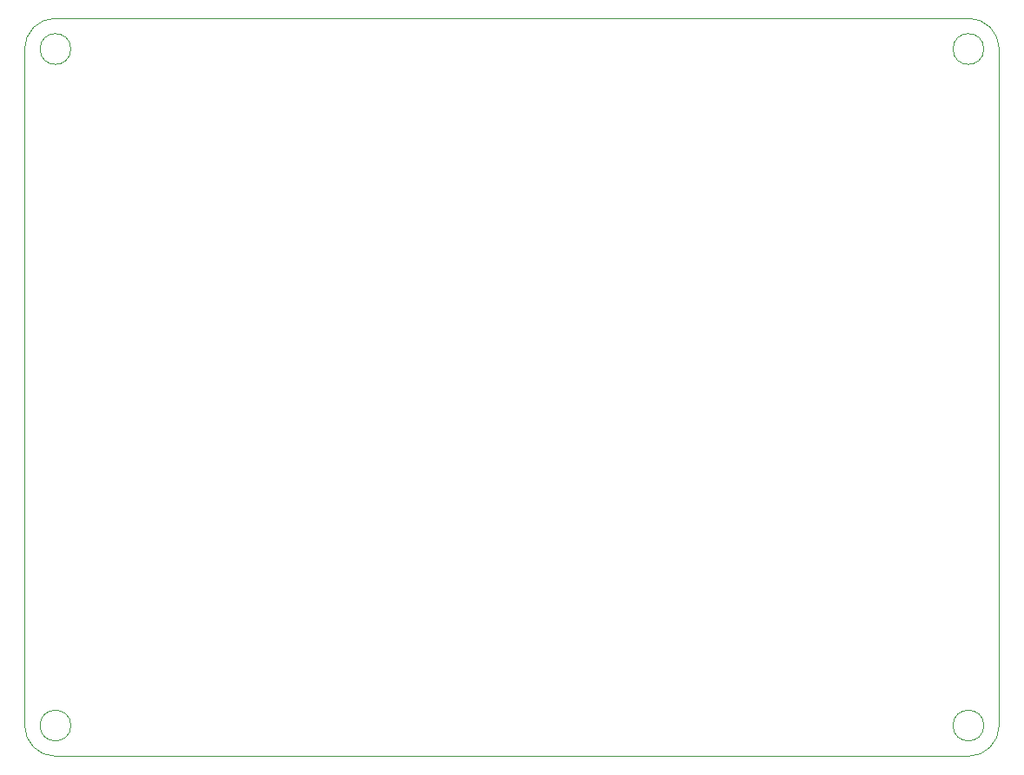
<source format=gbr>
%TF.GenerationSoftware,KiCad,Pcbnew,8.0.3*%
%TF.CreationDate,2024-08-24T23:10:26+09:00*%
%TF.ProjectId,Rustorch,52757374-6f72-4636-982e-6b696361645f,rev?*%
%TF.SameCoordinates,Original*%
%TF.FileFunction,Profile,NP*%
%FSLAX46Y46*%
G04 Gerber Fmt 4.6, Leading zero omitted, Abs format (unit mm)*
G04 Created by KiCad (PCBNEW 8.0.3) date 2024-08-24 23:10:26*
%MOMM*%
%LPD*%
G01*
G04 APERTURE LIST*
%TA.AperFunction,Profile*%
%ADD10C,0.050000*%
%TD*%
%TA.AperFunction,Profile*%
%ADD11C,0.100000*%
%TD*%
G04 APERTURE END LIST*
D10*
X192500000Y-63000000D02*
G75*
G02*
X195500000Y-66000000I0J-3000000D01*
G01*
D11*
X194000000Y-132000000D02*
G75*
G02*
X191000000Y-132000000I-1500000J0D01*
G01*
X191000000Y-132000000D02*
G75*
G02*
X194000000Y-132000000I1500000J0D01*
G01*
D10*
X103500000Y-135000000D02*
G75*
G02*
X100500000Y-132000000I0J3000000D01*
G01*
D11*
X105000000Y-66000000D02*
G75*
G02*
X102000000Y-66000000I-1500000J0D01*
G01*
X102000000Y-66000000D02*
G75*
G02*
X105000000Y-66000000I1500000J0D01*
G01*
D10*
X192500000Y-135000000D02*
X103500000Y-135000000D01*
X103500000Y-63000000D02*
X192500000Y-63000000D01*
D11*
X194000000Y-66000000D02*
G75*
G02*
X191000000Y-66000000I-1500000J0D01*
G01*
X191000000Y-66000000D02*
G75*
G02*
X194000000Y-66000000I1500000J0D01*
G01*
D10*
X100500000Y-66000000D02*
G75*
G02*
X103500000Y-63000000I3000000J0D01*
G01*
X195500000Y-132000000D02*
G75*
G02*
X192500000Y-135000000I-3000000J0D01*
G01*
X195500000Y-66000000D02*
X195500000Y-132000000D01*
X100500000Y-66000000D02*
X100500000Y-132000000D01*
D11*
X105000000Y-132000000D02*
G75*
G02*
X102000000Y-132000000I-1500000J0D01*
G01*
X102000000Y-132000000D02*
G75*
G02*
X105000000Y-132000000I1500000J0D01*
G01*
M02*

</source>
